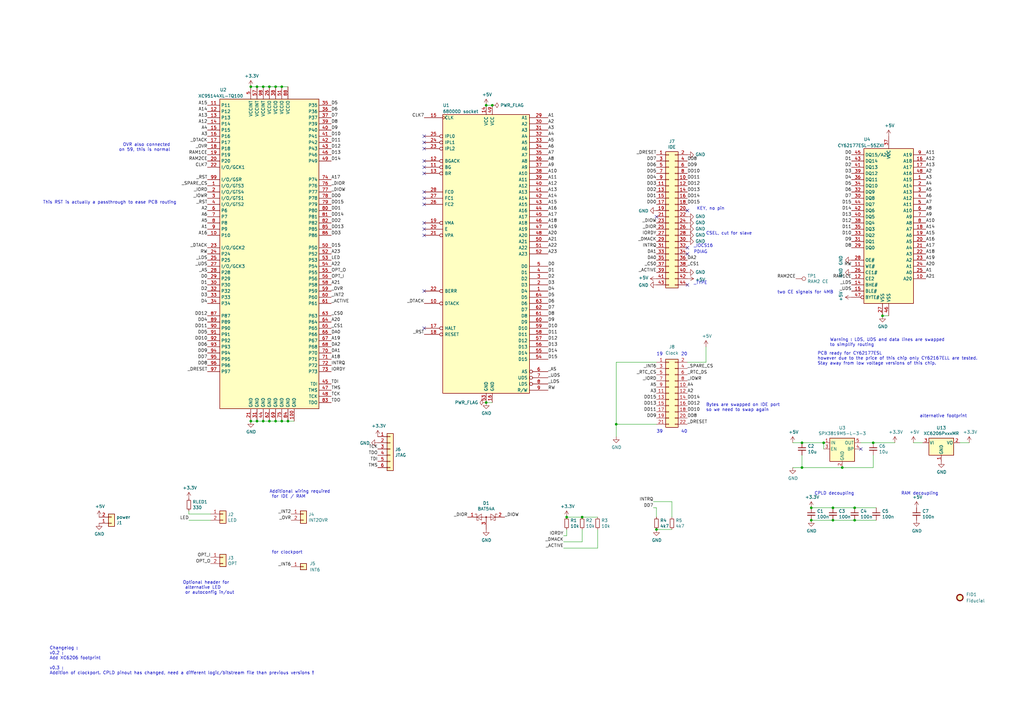
<source format=kicad_sch>
(kicad_sch (version 20230121) (generator eeschema)
  (paper "A3")
  (title_block (title "A500 IDE RAM") (date "2020-05-07") (rev "0.3") (company "FLACO 2020-2023 CC-BY-NC-SA") (comment 1 "Inspired by original design and code of ide68k v425 by Mika Leinonen") (comment 2 "http://www.mkl211015.altervista.org/ide/ide68k.html") (comment 3 "Additional RAM idea inspired by Sector101") (comment 4 "https://blog.sector101.co.uk/2019/07/20/amiga-500-2mb-handwired-fastram-expansion/") (comment 5 "0.3 rev with clockport"))
  (junction (at 358.14 181.61))
  (junction (at 350.52 208.28))
  (junction (at 199.39 165.1))
  (junction (at 107.95 172.72))
  (junction (at 350.52 213.36))
  (junction (at 199.39 43.18))
  (junction (at 269.24 217.17))
  (junction (at 105.41 172.72))
  (junction (at 115.57 172.72))
  (junction (at 328.93 191.77))
  (junction (at 238.76 212.09))
  (junction (at 361.95 129.54))
  (junction (at 201.93 43.18))
  (junction (at 113.03 172.72))
  (junction (at 107.95 35.56))
  (junction (at 345.44 191.77))
  (junction (at 113.03 35.56))
  (junction (at 102.87 172.72))
  (junction (at 110.49 172.72))
  (junction (at 341.63 213.36))
  (junction (at 110.49 35.56))
  (junction (at 118.11 172.72))
  (junction (at 105.41 35.56))
  (junction (at 232.41 212.09))
  (junction (at 102.87 35.56))
  (junction (at 328.93 181.61))
  (junction (at 332.74 208.28))
  (junction (at 252.73 173.99))
  (junction (at 115.57 35.56))
  (junction (at 341.63 208.28))
  (junction (at 337.82 181.61))
  (junction (at 332.74 213.36))
  (no_connect (at 173.99 55.88))
  (no_connect (at 173.99 58.42))
  (no_connect (at 173.99 78.74))
  (no_connect (at 173.99 96.52))
  (no_connect (at 173.99 81.28))
  (no_connect (at 281.94 101.6))
  (no_connect (at 173.99 93.98))
  (no_connect (at 353.06 184.15))
  (no_connect (at 173.99 68.58))
  (no_connect (at 281.94 116.84))
  (no_connect (at 173.99 91.44))
  (no_connect (at 173.99 71.12))
  (no_connect (at 173.99 134.62))
  (no_connect (at 173.99 60.96))
  (no_connect (at 173.99 83.82))
  (no_connect (at 281.94 104.14))
  (no_connect (at 281.94 86.36))
  (no_connect (at 269.24 88.9))
  (no_connect (at 173.99 66.04))
  (no_connect (at 173.99 119.38))
  (wire (pts (xy 325.12 191.77) (xy 328.93 191.77)))
  (wire (pts (xy 358.14 186.69) (xy 358.14 191.77)))
  (wire (pts (xy 364.49 129.54) (xy 361.95 129.54)))
  (wire (pts (xy 289.56 148.59) (xy 289.56 142.24)))
  (wire (pts (xy 267.97 208.28) (xy 269.24 208.28)))
  (wire (pts (xy 238.76 217.17) (xy 238.76 222.25)))
  (wire (pts (xy 269.24 208.28) (xy 269.24 212.09)))
  (wire (pts (xy 358.14 181.61) (xy 367.03 181.61)))
  (wire (pts (xy 201.93 165.1) (xy 199.39 165.1)))
  (wire (pts (xy 245.11 217.17) (xy 245.11 224.79)))
  (wire (pts (xy 118.11 35.56) (xy 115.57 35.56)))
  (wire (pts (xy 350.52 208.28) (xy 341.63 208.28)))
  (wire (pts (xy 115.57 172.72) (xy 113.03 172.72)))
  (wire (pts (xy 359.41 208.28) (xy 350.52 208.28)))
  (wire (pts (xy 328.93 186.69) (xy 328.93 191.77)))
  (wire (pts (xy 353.06 181.61) (xy 358.14 181.61)))
  (wire (pts (xy 245.11 224.79) (xy 231.14 224.79)))
  (wire (pts (xy 252.73 148.59) (xy 252.73 173.99)))
  (wire (pts (xy 105.41 172.72) (xy 102.87 172.72)))
  (wire (pts (xy 77.47 210.82) (xy 77.47 209.55)))
  (wire (pts (xy 275.59 205.74) (xy 275.59 212.09)))
  (wire (pts (xy 281.94 148.59) (xy 289.56 148.59)))
  (wire (pts (xy 105.41 35.56) (xy 102.87 35.56)))
  (wire (pts (xy 337.82 184.15) (xy 337.82 181.61)))
  (wire (pts (xy 238.76 212.09) (xy 232.41 212.09)))
  (wire (pts (xy 232.41 217.17) (xy 232.41 219.71)))
  (wire (pts (xy 328.93 191.77) (xy 345.44 191.77)))
  (wire (pts (xy 350.52 213.36) (xy 341.63 213.36)))
  (wire (pts (xy 252.73 173.99) (xy 269.24 173.99)))
  (wire (pts (xy 359.41 213.36) (xy 350.52 213.36)))
  (wire (pts (xy 107.95 35.56) (xy 105.41 35.56)))
  (wire (pts (xy 337.82 181.61) (xy 328.93 181.61)))
  (wire (pts (xy 269.24 148.59) (xy 252.73 148.59)))
  (wire (pts (xy 252.73 173.99) (xy 252.73 179.07)))
  (wire (pts (xy 267.97 205.74) (xy 275.59 205.74)))
  (wire (pts (xy 120.65 172.72) (xy 118.11 172.72)))
  (wire (pts (xy 113.03 35.56) (xy 110.49 35.56)))
  (wire (pts (xy 341.63 213.36) (xy 332.74 213.36)))
  (wire (pts (xy 110.49 172.72) (xy 107.95 172.72)))
  (wire (pts (xy 232.41 219.71) (xy 231.14 219.71)))
  (wire (pts (xy 328.93 181.61) (xy 325.12 181.61)))
  (wire (pts (xy 201.93 43.18) (xy 199.39 43.18)))
  (wire (pts (xy 358.14 191.77) (xy 345.44 191.77)))
  (wire (pts (xy 107.95 172.72) (xy 105.41 172.72)))
  (wire (pts (xy 115.57 35.56) (xy 113.03 35.56)))
  (wire (pts (xy 86.36 213.36) (xy 77.47 213.36)))
  (wire (pts (xy 378.46 181.61) (xy 374.65 181.61)))
  (wire (pts (xy 393.7 181.61) (xy 397.51 181.61)))
  (wire (pts (xy 275.59 217.17) (xy 269.24 217.17)))
  (wire (pts (xy 110.49 35.56) (xy 107.95 35.56)))
  (wire (pts (xy 245.11 212.09) (xy 238.76 212.09)))
  (wire (pts (xy 341.63 208.28) (xy 332.74 208.28)))
  (wire (pts (xy 113.03 172.72) (xy 110.49 172.72)))
  (wire (pts (xy 118.11 172.72) (xy 115.57 172.72)))
  (wire (pts (xy 238.76 222.25) (xy 231.14 222.25)))
  (wire (pts (xy 86.36 210.82) (xy 77.47 210.82)))
  (text "PDIAG" (at 284.48 104.14 0) (effects (font (size 1.27 1.27)) (justify left bottom)))
  (text "19" (at 269.24 146.05 0) (effects (font (size 1.27 1.27)) (justify left bottom)))
  (text "alternative footprint" (at 377.19 171.45 0) (effects (font (size 1.27 1.27)) (justify left bottom)))
  (text "20" (at 281.94 146.05 0) (effects (font (size 1.27 1.27)) (justify right bottom)))
  (text "Bytes are swapped on IDE port\nso we need to swap again" (at 289.56 168.91 0) (effects (font (size 1.27 1.27)) (justify left bottom)))
  (text "39" (at 269.24 177.8 0) (effects (font (size 1.27 1.27)) (justify left bottom)))
  (text "CPLD decoupling" (at 334.01 203.2 0) (effects (font (size 1.27 1.27)) (justify left bottom)))
  (text "two CE signals for 4MB" (at 318.77 120.65 0) (effects (font (size 1.27 1.27)) (justify left bottom)))
  (text " for clockport" (at 110.49 227.33 0) (effects (font (size 1.27 1.27)) (justify left bottom)))
  (text "CSEL, cut for slave" (at 289.56 96.52 0) (effects (font (size 1.27 1.27)) (justify left bottom)))
  (text "This RST is actually a passthrough to ease PCB routing" (at 72.39 83.82 0) (effects (font (size 1.27 1.27)) (justify right bottom)))
  (text "_TYPE" (at 284.48 116.84 0) (effects (font (size 1.27 1.27)) (justify left bottom)))
  (text "Optional header for\n alternative LED\n or autoconfig in/out" (at 74.93 243.84 0) (effects (font (size 1.27 1.27)) (justify left bottom)))
  (text "KEY, no pin" (at 285.75 86.36 0) (effects (font (size 1.27 1.27)) (justify left bottom)))
  (text "Warning : LDS, UDS and data lines are swapped\nto simplify routing" (at 340.36 142.24 0) (effects (font (size 1.27 1.27)) (justify left bottom)))
  (text "40" (at 281.94 177.8 0) (effects (font (size 1.27 1.27)) (justify right bottom)))
  (text "Additional wiring required\n for IDE / RAM" (at 110.49 204.47 0) (effects (font (size 1.27 1.27)) (justify left bottom)))
  (text "RAM decoupling" (at 369.57 203.2 0) (effects (font (size 1.27 1.27)) (justify left bottom)))
  (text "Changelog :\nv0.2 :\nAdd XC6206 footprint\n\nv0.3 :\nAddition of clockport. CPLD pinout has changed, need a different logic/bitstream file than previous versions !" (at 20.32 276.86 0) (effects (font (size 1.27 1.27)) (justify left bottom)))
  (text "OVR also connected\non 59, this is normal" (at 69.85 62.23 0) (effects (font (size 1.27 1.27)) (justify right bottom)))
  (text "PCB ready for CY62177ESL\nhowever due to the price of this chip only CY62167ELL are tested.\nStay away from low voltage versions of this chip." (at 335.28 149.86 0) (effects (font (size 1.27 1.27)) (justify left bottom)))
  (text "_IOCS16" (at 284.48 101.6 0) (effects (font (size 1.27 1.27)) (justify left bottom)))
  (label "DD11" (at 269.24 168.91 180))
  (label "INTRQ" (at 267.97 205.74 180))
  (label "_UDS" (at 224.79 154.94 0))
  (label "D2" (at 85.09 119.38 180))
  (label "A11" (at 379.73 63.5 0))
  (label "TDI" (at 135.89 157.48 0))
  (label "DD7" (at 85.09 147.32 180))
  (label "DD8" (at 281.94 66.04 0))
  (label "_RTC_CS" (at 269.24 153.67 180))
  (label "DA1" (at 269.24 104.14 180))
  (label "_OVR" (at 119.38 213.36 180))
  (label "TCK" (at 154.94 184.15 180))
  (label "_SPARE_CS" (at 281.94 151.13 0))
  (label "D13" (at 224.79 142.24 0))
  (label "DD10" (at 281.94 71.12 0))
  (label "RW" (at 224.79 160.02 0))
  (label "A17" (at 224.79 88.9 0))
  (label "DD15" (at 135.89 83.82 0))
  (label "LED" (at 77.47 213.36 180))
  (label "DD1" (at 135.89 86.36 0))
  (label "_INT6" (at 269.24 151.13 180))
  (label "D7" (at 224.79 127 0))
  (label "DD6" (at 269.24 68.58 180))
  (label "A5" (at 85.09 91.44 180))
  (label "_IORD" (at 269.24 156.21 180))
  (label "_DIOR" (at 135.89 76.2 0))
  (label "D7" (at 135.89 48.26 0))
  (label "DD11" (at 281.94 73.66 0))
  (label "IORDY" (at 269.24 96.52 180))
  (label "D5" (at 224.79 121.92 0))
  (label "D1" (at 349.25 66.04 180))
  (label "_ACTIVE" (at 269.24 111.76 180))
  (label "DA0" (at 135.89 137.16 0))
  (label "TDI" (at 154.94 189.23 180))
  (label "_DTACK" (at 85.09 58.42 180))
  (label "D0" (at 224.79 109.22 0))
  (label "TMS" (at 154.94 191.77 180))
  (label "RAM2CE" (at 326.39 114.3 180))
  (label "D3" (at 85.09 121.92 180))
  (label "A20" (at 379.73 109.22 0))
  (label "A12" (at 379.73 66.04 0))
  (label "A1" (at 85.09 93.98 180))
  (label "_UDS" (at 85.09 109.22 180))
  (label "D15" (at 135.89 101.6 0))
  (label "D14" (at 349.25 86.36 180))
  (label "_OVR" (at 135.89 119.38 0))
  (label "A3" (at 224.79 53.34 0))
  (label "D9" (at 349.25 99.06 180))
  (label "_CS0" (at 269.24 109.22 180))
  (label "DD1" (at 269.24 81.28 180))
  (label "_CS0" (at 135.89 129.54 0))
  (label "D1" (at 224.79 111.76 0))
  (label "CLK7" (at 173.99 48.26 180))
  (label "TMS" (at 135.89 160.02 0))
  (label "A21" (at 135.89 116.84 0))
  (label "A22" (at 135.89 109.22 0))
  (label "DD2" (at 135.89 91.44 0))
  (label "A19" (at 135.89 139.7 0))
  (label "_LDS" (at 349.25 116.84 180))
  (label "D2" (at 224.79 114.3 0))
  (label "D10" (at 349.25 96.52 180))
  (label "A21" (at 224.79 99.06 0))
  (label "D4" (at 224.79 119.38 0))
  (label "A4" (at 224.79 55.88 0))
  (label "_DIOR" (at 191.77 212.09 180))
  (label "RW" (at 349.25 109.22 180))
  (label "_RST" (at 173.99 137.16 180))
  (label "DA0" (at 269.24 106.68 180))
  (label "DD14" (at 135.89 88.9 0))
  (label "DD14" (at 281.94 81.28 0))
  (label "CLK7" (at 85.09 68.58 180))
  (label "A15" (at 85.09 43.18 180))
  (label "DD9" (at 281.94 68.58 0))
  (label "DD4" (at 85.09 132.08 180))
  (label "A13" (at 379.73 68.58 0))
  (label "_IOWR" (at 281.94 156.21 0))
  (label "A5" (at 224.79 58.42 0))
  (label "_CS1" (at 135.89 134.62 0))
  (label "DD7" (at 269.24 66.04 180))
  (label "_ACTIVE" (at 135.89 124.46 0))
  (label "DD5" (at 269.24 71.12 180))
  (label "A7" (at 379.73 83.82 0))
  (label "D8" (at 349.25 101.6 180))
  (label "A20" (at 135.89 132.08 0))
  (label "A4" (at 281.94 158.75 0))
  (label "DD13" (at 135.89 93.98 0))
  (label "D12" (at 135.89 60.96 0))
  (label "RAM1CE" (at 85.09 63.5 180))
  (label "A16" (at 379.73 99.06 0))
  (label "A12" (at 224.79 76.2 0))
  (label "TCK" (at 135.89 162.56 0))
  (label "DD0" (at 135.89 81.28 0))
  (label "_INT2" (at 135.89 121.92 0))
  (label "DD10" (at 85.09 139.7 180))
  (label "D8" (at 224.79 129.54 0))
  (label "DA1" (at 135.89 144.78 0))
  (label "A22" (at 224.79 101.6 0))
  (label "A3" (at 379.73 73.66 0))
  (label "D4" (at 85.09 124.46 180))
  (label "_DIOW" (at 135.89 78.74 0))
  (label "INTRQ" (at 269.24 101.6 180))
  (label "DD9" (at 269.24 171.45 180))
  (label "RAM2CE" (at 85.09 66.04 180))
  (label "DD0" (at 269.24 83.82 180))
  (label "_DMACK" (at 269.24 99.06 180))
  (label "DD12" (at 281.94 166.37 0))
  (label "DD9" (at 85.09 144.78 180))
  (label "A5" (at 379.73 78.74 0))
  (label "A5" (at 269.24 158.75 180))
  (label "A15" (at 224.79 83.82 0))
  (label "D13" (at 349.25 88.9 180))
  (label "DD3" (at 135.89 96.52 0))
  (label "DD10" (at 281.94 168.91 0))
  (label "_DMACK" (at 231.14 222.25 180))
  (label "A8" (at 379.73 86.36 0))
  (label "D1" (at 85.09 116.84 180))
  (label "A23" (at 135.89 104.14 0))
  (label "D15" (at 224.79 147.32 0))
  (label "D11" (at 135.89 58.42 0))
  (label "D10" (at 224.79 134.62 0))
  (label "DD4" (at 269.24 73.66 180))
  (label "A7" (at 224.79 63.5 0))
  (label "DD14" (at 281.94 163.83 0))
  (label "_DTACK" (at 85.09 101.6 180))
  (label "A2" (at 281.94 161.29 0))
  (label "A9" (at 379.73 88.9 0))
  (label "OPT_I" (at 86.36 228.6 180))
  (label "A23" (at 224.79 104.14 0))
  (label "TDO" (at 154.94 186.69 180))
  (label "D12" (at 349.25 91.44 180))
  (label "A16" (at 85.09 96.52 180))
  (label "A10" (at 224.79 71.12 0))
  (label "A15" (at 379.73 96.52 0))
  (label "D4" (at 349.25 73.66 180))
  (label "OPT_O" (at 135.89 111.76 0))
  (label "_CS1" (at 281.94 109.22 0))
  (label "_DRESET" (at 85.09 152.4 180))
  (label "A4" (at 85.09 53.34 180))
  (label "OPT_O" (at 86.36 231.14 180))
  (label "A19" (at 224.79 93.98 0))
  (label "_DRESET" (at 281.94 173.99 0))
  (label "A20" (at 224.79 96.52 0))
  (label "DD15" (at 281.94 83.82 0))
  (label "A2" (at 379.73 71.12 0))
  (label "_ACTIVE" (at 231.14 224.79 180))
  (label "DD12" (at 85.09 129.54 180))
  (label "A11" (at 224.79 73.66 0))
  (label "_LDS" (at 224.79 157.48 0))
  (label "A10" (at 379.73 91.44 0))
  (label "A18" (at 135.89 147.32 0))
  (label "D11" (at 349.25 93.98 180))
  (label "_DRESET" (at 269.24 63.5 180))
  (label "DA2" (at 281.94 106.68 0))
  (label "A17" (at 379.73 101.6 0))
  (label "D5" (at 135.89 43.18 0))
  (label "D7" (at 349.25 81.28 180))
  (label "IORDY" (at 231.14 219.71 180))
  (label "_IOWR" (at 85.09 81.28 180))
  (label "RW" (at 85.09 104.14 180))
  (label "DD15" (at 269.24 163.83 180))
  (label "A19" (at 379.73 106.68 0))
  (label "D14" (at 135.89 66.04 0))
  (label "DA2" (at 135.89 142.24 0))
  (label "DD5" (at 85.09 137.16 180))
  (label "A12" (at 85.09 50.8 180))
  (label "_IORD" (at 85.09 78.74 180))
  (label "A17" (at 135.89 73.66 0))
  (label "_INT2" (at 119.38 210.82 180))
  (label "RAM1CE" (at 349.25 114.3 180))
  (label "A21" (at 379.73 114.3 0))
  (label "D13" (at 135.89 63.5 0))
  (label "DD13" (at 269.24 166.37 180))
  (label "A6" (at 379.73 81.28 0))
  (label "TDO" (at 135.89 165.1 0))
  (label "LED" (at 135.89 106.68 0))
  (label "D15" (at 349.25 83.82 180))
  (label "D3" (at 224.79 116.84 0))
  (label "A6" (at 85.09 88.9 180))
  (label "_DTACK" (at 173.99 124.46 180))
  (label "_DIOW" (at 207.01 212.09 0))
  (label "D6" (at 349.25 78.74 180))
  (label "D14" (at 224.79 144.78 0))
  (label "DD7" (at 267.97 208.28 180))
  (label "_RST" (at 85.09 73.66 180))
  (label "A3" (at 269.24 161.29 180))
  (label "INTRQ" (at 135.89 149.86 0))
  (label "A9" (at 224.79 68.58 0))
  (label "D5" (at 349.25 76.2 180))
  (label "DD8" (at 85.09 149.86 180))
  (label "_SPARE_CS" (at 85.09 76.2 180))
  (label "D9" (at 135.89 53.34 0))
  (label "A2" (at 224.79 50.8 0))
  (label "_OVR" (at 85.09 60.96 180))
  (label "D12" (at 224.79 139.7 0))
  (label "_LDS" (at 85.09 106.68 180))
  (label "A8" (at 224.79 66.04 0))
  (label "_RST" (at 85.09 83.82 180))
  (label "D6" (at 135.89 45.72 0))
  (label "IORDY" (at 135.89 152.4 0))
  (label "A16" (at 224.79 86.36 0))
  (label "_AS" (at 224.79 152.4 0))
  (label "_INT6" (at 119.38 232.41 180))
  (label "A6" (at 224.79 60.96 0))
  (label "OPT_I" (at 135.89 114.3 0))
  (label "D2" (at 349.25 68.58 180))
  (label "D11" (at 224.79 137.16 0))
  (label "DD8" (at 281.94 171.45 0))
  (label "D8" (at 135.89 50.8 0))
  (label "DD2" (at 269.24 78.74 180))
  (label "DD6" (at 85.09 142.24 180))
  (label "A14" (at 85.09 45.72 180))
  (label "D9" (at 224.79 132.08 0))
  (label "DD11" (at 85.09 134.62 180))
  (label "A4" (at 379.73 76.2 0))
  (label "A14" (at 224.79 81.28 0))
  (label "D6" (at 224.79 124.46 0))
  (label "A2" (at 85.09 86.36 180))
  (label "A18" (at 379.73 104.14 0))
  (label "D10" (at 135.89 55.88 0))
  (label "A18" (at 224.79 91.44 0))
  (label "DD13" (at 281.94 78.74 0))
  (label "D0" (at 349.25 63.5 180))
  (label "_AS" (at 85.09 111.76 180))
  (label "_RTC_DS" (at 281.94 153.67 0))
  (label "A1" (at 379.73 111.76 0))
  (label "DD3" (at 269.24 76.2 180))
  (label "_UDS" (at 349.25 119.38 180))
  (label "_DIOR" (at 269.24 93.98 180))
  (label "D3" (at 349.25 71.12 180))
  (label "DD12" (at 281.94 76.2 0))
  (label "D0" (at 85.09 114.3 180))
  (label "A3" (at 85.09 55.88 180))
  (label "A14" (at 379.73 93.98 0))
  (label "A13" (at 85.09 48.26 180))
  (label "A13" (at 224.79 78.74 0))
  (label "A1" (at 224.79 48.26 0))
  (label "_DIOW" (at 269.24 91.44 180))
  (symbol (lib_id "CPU_NXP_68000:68000D") (at 199.39 104.14 0) (unit 1)
    (property "Reference" "U1" (at 181.61 43.18 0) (effects (justify left)))
    (property "Value" "68000D socket" (at 181.61 45.72 0) (effects (justify left)))
    (property "Footprint" "Sassa:DIP-64_W22.86mm_BigPads1.4" (effects hide))
    (property "Datasheet" "https://www.nxp.com/docs/en/reference-manual/MC68000UM.pdf" (effects hide))
  )
  (symbol (lib_id "CPLD_Xilinx:XC95144XL-TQ100") (at 110.49 104.14 0) (unit 1)
    (property "Reference" "U2" (at 90.17 36.83 0) (effects (justify left)))
    (property "Value" "XC95144XL-TQ100" (at 81.28 39.37 0) (effects (justify left)))
    (property "Footprint" "Package_QFP:TQFP-100_14x14mm_P0.5mm" (effects hide))
    (property "Datasheet" "https://www.xilinx.com/support/documentation/data_sheets/ds056.pdf" (effects hide))
  )
  (symbol (lib_id "Connector_Generic:Conn_02x22_Odd_Even") (at 274.32 88.9 0) (unit 1)
    (property "Reference" "J7" (at 275.59 57.9882 0))
    (property "Value" "IDE" (at 275.59 60.2996 0))
    (property "Footprint" "Connector_PinHeader_2.00mm:PinHeader_2x22_P2.00mm_Vertical" (effects hide))
  )
  (symbol (lib_id "Regulator_Linear:SPX3819M5-L-3-3") (at 345.44 184.15 0) (unit 1)
    (property "Reference" "U3" (at 345.44 175.4632 0))
    (property "Value" "SPX3819M5-L-3-3" (at 345.44 177.7746 0))
    (property "Footprint" "Package_TO_SOT_SMD:SOT-23-5" (effects hide))
    (property "Datasheet" "https://www.exar.com/content/document.ashx?id=22106&languageid=1033&type=Datasheet&partnumber=SPX3819&filename=SPX3819.pdf&part=SPX3819" (effects hide))
  )
  (symbol (lib_id "power:GND") (at 199.39 165.1 0) (unit 1)
    (property "Reference" "#PWR010" (effects hide))
    (property "Value" "GND" (at 199.517 169.4942 0))
  )
  (symbol (lib_id "power:+5V") (at 199.39 43.18 0) (unit 1)
    (property "Reference" "#PWR09" (effects hide))
    (property "Value" "+5V" (at 199.771 38.7858 0))
  )
  (symbol (lib_id "power:+5V") (at 325.12 181.61 0) (unit 1)
    (property "Reference" "#PWR013" (effects hide))
    (property "Value" "+5V" (at 325.501 177.2158 0))
  )
  (symbol (lib_id "power:+3.3V") (at 367.03 181.61 0) (unit 1)
    (property "Reference" "#PWR028" (effects hide))
    (property "Value" "+3.3V-power" (at 367.411 177.2158 0))
  )
  (symbol (lib_id "Device:C_Small") (at 328.93 184.15 0) (unit 1)
    (property "Reference" "C2" (at 331.2668 182.9816 0) (effects (justify left)))
    (property "Value" "10u" (at 331.2668 185.293 0) (effects (justify left)))
    (property "Footprint" "Capacitor_SMD:C_0805_2012Metric" (effects hide))
  )
  (symbol (lib_id "Device:C_Small") (at 358.14 184.15 0) (unit 1)
    (property "Reference" "C6" (at 360.4768 182.9816 0) (effects (justify left)))
    (property "Value" "10u" (at 360.4768 185.293 0) (effects (justify left)))
    (property "Footprint" "Capacitor_SMD:C_0805_2012Metric" (effects hide))
  )
  (symbol (lib_id "power:GND") (at 325.12 191.77 0) (unit 1)
    (property "Reference" "#PWR014" (effects hide))
    (property "Value" "GND" (at 325.247 196.1642 0))
  )
  (symbol (lib_id "power:+3.3V") (at 102.87 35.56 0) (unit 1)
    (property "Reference" "#PWR04" (effects hide))
    (property "Value" "+3.3V" (at 103.251 31.1658 0))
  )
  (symbol (lib_id "power:GND") (at 102.87 172.72 0) (unit 1)
    (property "Reference" "#PWR05" (effects hide))
    (property "Value" "GND" (at 102.997 177.1142 0))
  )
  (symbol (lib_id "power:GND") (at 349.25 106.68 270) (unit 1)
    (property "Reference" "#PWR029" (effects hide))
    (property "Value" "GND" (at 344.8558 106.807 0))
  )
  (symbol (lib_id "power:+5V") (at 349.25 121.92 90) (unit 1)
    (property "Reference" "#PWR031" (effects hide))
    (property "Value" "+5V" (at 344.8558 121.539 0))
  )
  (symbol (lib_id "power:GND") (at 281.94 63.5 90) (unit 1)
    (property "Reference" "#PWR018" (effects hide))
    (property "Value" "GND" (at 285.1912 63.373 90) (effects (justify right)))
  )
  (symbol (lib_id "power:GND") (at 269.24 86.36 270) (unit 1)
    (property "Reference" "#PWR015" (effects hide))
    (property "Value" "GND" (at 265.9888 86.487 90) (effects (justify right)))
  )
  (symbol (lib_id "power:GND") (at 281.94 88.9 90) (unit 1)
    (property "Reference" "#PWR019" (effects hide))
    (property "Value" "GND" (at 285.1912 88.773 90) (effects (justify right)))
  )
  (symbol (lib_id "power:GND") (at 281.94 91.44 90) (unit 1)
    (property "Reference" "#PWR020" (effects hide))
    (property "Value" "GND" (at 285.1912 91.313 90) (effects (justify right)))
  )
  (symbol (lib_id "power:GND") (at 281.94 93.98 90) (unit 1)
    (property "Reference" "#PWR021" (effects hide))
    (property "Value" "GND" (at 285.1912 93.853 90) (effects (justify right)))
  )
  (symbol (lib_id "power:GND") (at 281.94 99.06 90) (unit 1)
    (property "Reference" "#PWR023" (effects hide))
    (property "Value" "GND" (at 285.1912 98.933 90) (effects (justify right)))
  )
  (symbol (lib_id "power:GND") (at 281.94 111.76 90) (unit 1)
    (property "Reference" "#PWR024" (effects hide))
    (property "Value" "GND" (at 285.1912 111.633 90) (effects (justify right)))
  )
  (symbol (lib_id "power:GND") (at 269.24 116.84 270) (unit 1)
    (property "Reference" "#PWR017" (effects hide))
    (property "Value" "GND" (at 265.9888 116.967 90) (effects (justify right)))
  )
  (symbol (lib_id "power:+5V") (at 281.94 114.3 270) (unit 1)
    (property "Reference" "#PWR025" (effects hide))
    (property "Value" "+5V" (at 285.1912 114.681 90) (effects (justify left)))
  )
  (symbol (lib_id "power:+5V") (at 269.24 114.3 90) (unit 1)
    (property "Reference" "#PWR016" (effects hide))
    (property "Value" "+5V" (at 265.9888 113.919 90) (effects (justify left)))
  )
  (symbol (lib_id "power:GND") (at 281.94 96.52 90) (unit 1)
    (property "Reference" "#PWR022" (effects hide))
    (property "Value" "GND" (at 285.1912 96.393 90) (effects (justify right)))
  )
  (symbol (lib_id "power:GND") (at 349.25 111.76 270) (unit 1)
    (property "Reference" "#PWR030" (effects hide))
    (property "Value" "GND" (at 344.8558 111.887 0))
  )
  (symbol (lib_id "Connector_Generic:Conn_01x02") (at 91.44 228.6 0) (unit 1)
    (property "Reference" "J3" (at 93.472 228.8032 0) (effects (justify left)))
    (property "Value" "OPT" (at 93.472 231.1146 0) (effects (justify left)))
    (property "Footprint" "Connector_PinHeader_2.54mm:PinHeader_1x02_P2.54mm_Vertical" (effects hide))
  )
  (symbol (lib_id "power:PWR_FLAG") (at 199.39 165.1 90) (unit 1)
    (property "Reference" "#FLG0101" (effects hide))
    (property "Value" "PWR_FLAG" (at 196.1642 165.1 90) (effects (justify left)))
  )
  (symbol (lib_id "power:PWR_FLAG") (at 201.93 43.18 270) (unit 1)
    (property "Reference" "#FLG0102" (effects hide))
    (property "Value" "PWR_FLAG" (at 205.1812 43.18 90) (effects (justify left)))
  )
  (symbol (lib_id "Sassa:CY62177ESL-55ZXI") (at 364.49 91.44 0) (unit 1)
    (property "Reference" "U4" (at 355.6 57.15 0))
    (property "Value" "CY62177ESL-55ZXI" (at 353.06 59.69 0))
    (property "Footprint" "Package_SO:TSOP-I-48_18.4x12mm_P0.5mm" (effects hide))
    (property "Datasheet" "https://www.cypress.com/part/cy62177esl-55zxi" (effects hide))
  )
  (symbol (lib_id "Device:R_Small") (at 232.41 214.63 0) (unit 1)
    (property "Reference" "R1" (at 233.9086 213.4616 0) (effects (justify left)))
    (property "Value" "10k" (at 233.9086 215.773 0) (effects (justify left)))
    (property "Footprint" "Resistor_SMD:R_0805_2012Metric" (effects hide))
  )
  (symbol (lib_id "Device:R_Small") (at 238.76 214.63 0) (unit 1)
    (property "Reference" "R2" (at 240.2586 213.4616 0) (effects (justify left)))
    (property "Value" "10k" (at 240.2586 215.773 0) (effects (justify left)))
    (property "Footprint" "Resistor_SMD:R_0805_2012Metric" (effects hide))
  )
  (symbol (lib_id "Device:R_Small") (at 245.11 214.63 0) (unit 1)
    (property "Reference" "R3" (at 246.6086 213.4616 0) (effects (justify left)))
    (property "Value" "10k" (at 246.6086 215.773 0) (effects (justify left)))
    (property "Footprint" "Resistor_SMD:R_0805_2012Metric" (effects hide))
  )
  (symbol (lib_id "Device:R_Small") (at 269.24 214.63 0) (unit 1)
    (property "Reference" "R4" (at 270.7386 213.4616 0) (effects (justify left)))
    (property "Value" "4k7" (at 270.7386 215.773 0) (effects (justify left)))
    (property "Footprint" "Resistor_SMD:R_0805_2012Metric" (effects hide))
  )
  (symbol (lib_id "Device:R_Small") (at 275.59 214.63 0) (unit 1)
    (property "Reference" "R5" (at 277.0886 213.4616 0) (effects (justify left)))
    (property "Value" "4k7" (at 277.0886 215.773 0) (effects (justify left)))
    (property "Footprint" "Resistor_SMD:R_0805_2012Metric" (effects hide))
  )
  (symbol (lib_id "power:+3.3V") (at 232.41 212.09 0) (unit 1)
    (property "Reference" "#PWR0101" (effects hide))
    (property "Value" "+3.3V" (at 232.791 207.6958 0))
  )
  (symbol (lib_id "power:GND") (at 269.24 217.17 0) (unit 1)
    (property "Reference" "#PWR0102" (effects hide))
    (property "Value" "GND" (at 269.367 221.5642 0))
  )
  (symbol (lib_id "Connector:TestPoint") (at 326.39 114.3 270) (unit 1)
    (property "Reference" "TP1" (at 331.1652 113.1316 90) (effects (justify left)))
    (property "Value" "RAM2 CE" (at 331.1652 115.443 90) (effects (justify left)))
    (property "Footprint" "TestPoint:TestPoint_Pad_D1.0mm" (effects hide))
  )
  (symbol (lib_id "Connector_Generic:Conn_01x02") (at 91.44 210.82 0) (unit 1)
    (property "Reference" "J2" (at 93.472 211.0232 0) (effects (justify left)))
    (property "Value" "LED" (at 93.472 213.3346 0) (effects (justify left)))
    (property "Footprint" "Connector_PinHeader_2.54mm:PinHeader_1x02_P2.54mm_Vertical" (effects hide))
  )
  (symbol (lib_id "Device:R_Small") (at 77.47 207.01 0) (unit 1)
    (property "Reference" "RLED1" (at 78.9686 205.8416 0) (effects (justify left)))
    (property "Value" "330" (at 78.9686 208.153 0) (effects (justify left)))
    (property "Footprint" "Resistor_SMD:R_0805_2012Metric" (effects hide))
  )
  (symbol (lib_id "power:+3.3V") (at 77.47 204.47 0) (unit 1)
    (property "Reference" "#PWR03" (effects hide))
    (property "Value" "+3.3V" (at 77.851 200.0758 0))
  )
  (symbol (lib_id "Connector_Generic:Conn_01x06") (at 160.02 184.15 0) (unit 1)
    (property "Reference" "J6" (at 162.052 184.3532 0) (effects (justify left)))
    (property "Value" "JTAG" (at 162.052 186.6646 0) (effects (justify left)))
    (property "Footprint" "Connector_PinHeader_2.54mm:PinHeader_1x06_P2.54mm_Vertical" (effects hide))
  )
  (symbol (lib_id "power:+3.3V") (at 154.94 179.07 0) (unit 1)
    (property "Reference" "#PWR06" (effects hide))
    (property "Value" "+3.3V" (at 155.321 174.6758 0))
  )
  (symbol (lib_id "power:GND") (at 154.94 181.61 270) (unit 1)
    (property "Reference" "#PWR07" (effects hide))
    (property "Value" "GND" (at 151.6888 181.737 90) (effects (justify right)))
  )
  (symbol (lib_id "Diode:BAT54A") (at 199.39 212.09 0) (unit 1)
    (property "Reference" "D1" (at 199.39 206.375 0))
    (property "Value" "BAT54A" (at 199.39 208.6864 0))
    (property "Footprint" "Package_TO_SOT_SMD:SOT-23" (effects hide))
    (property "Datasheet" "http://www.diodes.com/_files/datasheets/ds11005.pdf" (effects hide))
  )
  (symbol (lib_id "power:GND") (at 199.39 217.17 0) (unit 1)
    (property "Reference" "#PWR08" (effects hide))
    (property "Value" "GND" (at 199.517 221.5642 0))
  )
  (symbol (lib_id "Connector_Generic:Conn_01x02") (at 45.72 214.63 0) (mirror x) (unit 1)
    (property "Reference" "J1" (at 47.752 214.4268 0) (effects (justify left)))
    (property "Value" "power" (at 47.752 212.1154 0) (effects (justify left)))
    (property "Footprint" "Connector_PinHeader_2.54mm:PinHeader_1x02_P2.54mm_Vertical" (effects hide))
  )
  (symbol (lib_id "power:+5V") (at 40.64 212.09 0) (unit 1)
    (property "Reference" "#PWR01" (effects hide))
    (property "Value" "+5V" (at 41.021 207.6958 0))
  )
  (symbol (lib_id "power:GND") (at 40.64 214.63 0) (unit 1)
    (property "Reference" "#PWR02" (effects hide))
    (property "Value" "GND" (at 40.767 219.0242 0))
  )
  (symbol (lib_id "Connector_Generic:Conn_01x02") (at 124.46 210.82 0) (unit 1)
    (property "Reference" "J4" (at 126.492 211.0232 0) (effects (justify left)))
    (property "Value" "INT2OVR" (at 126.492 213.3346 0) (effects (justify left)))
    (property "Footprint" "Connector_PinHeader_2.54mm:PinHeader_1x02_P2.54mm_Vertical" (effects hide))
  )
  (symbol (lib_id "Device:C_Small") (at 375.92 210.82 0) (unit 1)
    (property "Reference" "C7" (at 378.2568 209.6516 0) (effects (justify left)))
    (property "Value" "100n" (at 378.2568 211.963 0) (effects (justify left)))
    (property "Footprint" "Capacitor_SMD:C_0805_2012Metric" (effects hide))
  )
  (symbol (lib_id "Device:C_Small") (at 332.74 210.82 0) (unit 1)
    (property "Reference" "C1" (at 335.0768 209.6516 0) (effects (justify left)))
    (property "Value" "100n" (at 335.0768 211.963 0) (effects (justify left)))
    (property "Footprint" "Capacitor_SMD:C_0805_2012Metric" (effects hide))
  )
  (symbol (lib_id "Device:C_Small") (at 341.63 210.82 0) (unit 1)
    (property "Reference" "C3" (at 343.9668 209.6516 0) (effects (justify left)))
    (property "Value" "100n" (at 343.9668 211.963 0) (effects (justify left)))
    (property "Footprint" "Capacitor_SMD:C_0805_2012Metric" (effects hide))
  )
  (symbol (lib_id "Device:C_Small") (at 350.52 210.82 0) (unit 1)
    (property "Reference" "C4" (at 352.8568 209.6516 0) (effects (justify left)))
    (property "Value" "100n" (at 352.8568 211.963 0) (effects (justify left)))
    (property "Footprint" "Capacitor_SMD:C_0805_2012Metric" (effects hide))
  )
  (symbol (lib_id "Device:C_Small") (at 359.41 210.82 0) (unit 1)
    (property "Reference" "C5" (at 361.7468 209.6516 0) (effects (justify left)))
    (property "Value" "100n" (at 361.7468 211.963 0) (effects (justify left)))
    (property "Footprint" "Capacitor_SMD:C_0805_2012Metric" (effects hide))
  )
  (symbol (lib_id "power:+5V") (at 375.92 208.28 0) (unit 1)
    (property "Reference" "#PWR026" (effects hide))
    (property "Value" "+5V" (at 376.301 203.8858 0))
  )
  (symbol (lib_id "power:+3.3V") (at 332.74 208.28 0) (unit 1)
    (property "Reference" "#PWR011" (effects hide))
    (property "Value" "+3.3V" (at 333.121 203.8858 0))
  )
  (symbol (lib_id "power:GND") (at 332.74 213.36 0) (unit 1)
    (property "Reference" "#PWR012" (effects hide))
    (property "Value" "GND" (at 332.867 217.7542 0))
  )
  (symbol (lib_id "power:GND") (at 375.92 213.36 0) (unit 1)
    (property "Reference" "#PWR027" (effects hide))
    (property "Value" "GND" (at 376.047 217.7542 0))
  )
  (symbol (lib_id "power:+5V") (at 364.49 55.88 0) (unit 1)
    (property "Reference" "#PWR033" (effects hide))
    (property "Value" "+5V" (at 364.871 51.4858 0))
  )
  (symbol (lib_id "power:GND") (at 361.95 129.54 0) (unit 1)
    (property "Reference" "#PWR032" (effects hide))
    (property "Value" "GND" (at 362.077 133.9342 0))
  )
  (symbol (lib_id "Regulator_Linear:XC6206PxxxMR") (at 386.08 181.61 0) (unit 1)
    (property "Reference" "U13" (at 386.08 175.4632 0))
    (property "Value" "XC6206PxxxMR" (at 386.08 177.7746 0))
    (property "Footprint" "Sassa:SOT-23" (effects hide))
    (property "Datasheet" "https://www.torexsemi.com/file/xc6206/XC6206.pdf" (effects hide))
  )
  (symbol (lib_id "power:+3.3V") (at 397.51 181.61 0) (unit 1)
    (property "Reference" "#PWR0103" (effects hide))
    (property "Value" "+3.3V" (at 397.891 177.2158 0))
  )
  (symbol (lib_id "power:+5V") (at 374.65 181.61 0) (unit 1)
    (property "Reference" "#PWR0104" (effects hide))
    (property "Value" "+5V" (at 375.031 177.2158 0))
  )
  (symbol (lib_id "power:GND") (at 386.08 189.23 0) (unit 1)
    (property "Reference" "#PWR0105" (effects hide))
    (property "Value" "GND" (at 386.207 193.6242 0))
  )
  (symbol (lib_id "power:+5V") (at 289.56 142.24 0) (unit 1)
    (property "Reference" "#PWR035" (effects hide))
    (property "Value" "+5V" (at 289.941 137.8458 0))
  )
  (symbol (lib_id "power:GND") (at 252.73 179.07 0) (unit 1)
    (property "Reference" "#PWR034" (effects hide))
    (property "Value" "GND" (at 252.857 183.4642 0))
  )
  (symbol (lib_id "Connector_Generic:Conn_02x11_Odd_Even") (at 274.32 161.29 0) (unit 1)
    (property "Reference" "J8" (at 275.59 142.24 0))
    (property "Value" "Clock" (at 275.59 144.78 0))
    (property "Footprint" "Connector_PinHeader_2.00mm:PinHeader_2x11_P2.00mm_Vertical" (effects hide))
  )
  (symbol (lib_id "Connector_Generic:Conn_01x01") (at 124.46 232.41 0) (unit 1)
    (property "Reference" "J5" (at 127 231.14 0) (effects (justify left)))
    (property "Value" "INT6" (at 127 233.68 0) (effects (justify left)))
    (property "Footprint" "Connector_PinHeader_2.54mm:PinHeader_1x01_P2.54mm_Vertical" (effects hide))
  )
  (symbol (lib_id "Mechanical:Fiducial") (at 393.7 245.11 0) (unit 1)
    (property "Reference" "FID1" (at 396.24 243.8399 0) (effects (justify left)))
    (property "Value" "Fiducial" (at 396.24 246.3799 0) (effects (justify left)))
    (property "Footprint" "Sassa:CC_BY_NC_SA_square_silkscreen" (effects hide))
  )
)
</source>
